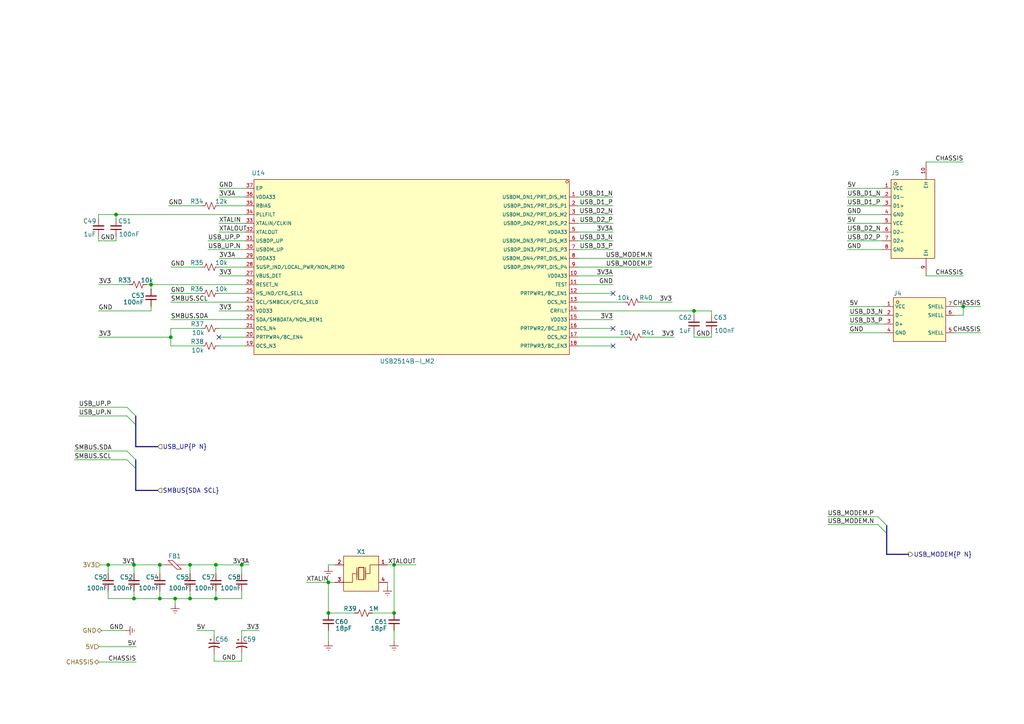
<source format=kicad_sch>
(kicad_sch (version 20230121) (generator eeschema)
  (paper "A4")
  (lib_symbols
    (symbol "CholaSymbolsPrjLib:16CE47FSS" (pin_numbers hide) (pin_names hide)
      (property "Reference" "C" (at -3.048 -0.254 0))
      (property "Value" "16CE47FSS" (at -2.794 -10.922 0))
      (symbol "16CE47FSS_0_1"
        (polyline (pts (xy -1.524 0.508) (xy 1.524 0.508)) (stroke (width 0.3048)))
        (polyline (pts (xy -1.27 1.524) (xy -0.762 1.524)))
        (polyline (pts (xy -1.016 1.27) (xy -1.016 1.778)))
        (arc (start 1.524 -0.762) (mid 0 -0.3734) (end -1.524 -0.762) (stroke (width 0.3048)))
      )
      (symbol "16CE47FSS_1_1"
        (pin passive line (at 0 2.54 270) (length 2.032) (name "~") (number "1"))
        (pin passive line (at 0 -2.54 90) (length 2.032) (name "~") (number "2"))
      )
    )
    (symbol "CholaSymbolsPrjLib:906-151A1058D10200"
      (property "Reference" "J" (at -7.239 8.636 0))
      (property "Value" "906-151A1058D10200" (at 0 -6.731 0))
      (symbol "906-151A1058D10200_0_1"
        (rectangle (start -7.62 7.62) (end 7.62 -5.08) (fill (type background)))
        (circle (center -6.35 6.35) (radius 0.381) (fill (type background)))
        (pin unspecified line (at -10.16 5.08 0) (length 2.54) (name "VCC") (number "1"))
        (pin unspecified line (at -10.16 2.54 0) (length 2.54) (name "D-") (number "2"))
        (pin unspecified line (at -10.16 0 0) (length 2.54) (name "D+") (number "3"))
        (pin unspecified line (at -10.16 -2.54 0) (length 2.54) (name "GND") (number "4"))
        (pin unspecified line (at 10.16 -2.54 180) (length 2.54) (name "SHELL") (number "5"))
        (pin unspecified line (at 10.16 2.54 180) (length 2.54) (name "SHELL") (number "6"))
        (pin unspecified line (at 10.16 5.08 180) (length 2.54) (name "SHELL") (number "7"))
      )
    )
    (symbol "CholaSymbolsPrjLib:907-211A1019D10200"
      (property "Reference" "J" (at -8.89 13.97 0))
      (property "Value" "907-211A1019D10200" (at 15.24 2.54 0))
      (symbol "907-211A1019D10200_0_1"
        (rectangle (start -10.16 12.7) (end 2.54 -10.16) (fill (type background)))
        (circle (center -8.89 11.43) (radius 0.381) (fill (type background)))
        (pin unspecified line (at -12.7 10.16 0) (length 2.54) (name "VCC") (number "1"))
        (pin unspecified line (at 0 17.78 270) (length 5.08) (name "EH") (number "10"))
        (pin unspecified line (at -12.7 7.62 0) (length 2.54) (name "D1-") (number "2"))
        (pin unspecified line (at -12.7 5.08 0) (length 2.54) (name "D1+") (number "3"))
        (pin unspecified line (at -12.7 2.54 0) (length 2.54) (name "GND") (number "4"))
        (pin unspecified line (at -12.7 0 0) (length 2.54) (name "VCC") (number "5"))
        (pin unspecified line (at -12.7 -2.54 0) (length 2.54) (name "D2-") (number "6"))
        (pin unspecified line (at -12.7 -5.08 0) (length 2.54) (name "D2+") (number "7"))
        (pin unspecified line (at -12.7 -7.62 0) (length 2.54) (name "GND") (number "8"))
        (pin unspecified line (at 0 -15.24 90) (length 5.08) (name "EH") (number "9"))
      )
    )
    (symbol "CholaSymbolsPrjLib:C_Small" (pin_numbers hide) (pin_names (offset 0.254) hide)
      (property "Reference" "C" (at 0.254 1.778 0))
      (property "Value" "C_Small" (at 0.254 -2.032 0))
      (symbol "C_Small_0_1"
        (polyline (pts (xy -1.524 -0.508) (xy 1.524 -0.508)) (stroke (width 0.3302)))
        (polyline (pts (xy -1.524 0.508) (xy 1.524 0.508)) (stroke (width 0.3048)))
      )
      (symbol "C_Small_1_1"
        (pin passive line (at 0 2.54 270) (length 2.032) (name "~") (number "1"))
        (pin passive line (at 0 -2.54 90) (length 2.032) (name "~") (number "2"))
      )
    )
    (symbol "CholaSymbolsPrjLib:GZ2012D101TF" (pin_numbers hide) (pin_names (offset 0) hide)
      (property "Reference" "FB" (at 0 2.413 0))
      (property "Value" "GZ2012D101TF" (at 2.921 -5.461 0))
      (symbol "GZ2012D101TF_0_1"
        (polyline (pts (xy 0.635 -1.27) (xy -1.905 1.27) (xy -0.635 1.27) (xy 1.905 -1.27) (xy 0.635 -1.27)))
      )
      (symbol "GZ2012D101TF_1_1"
        (pin unspecified line (at -3.175 0 0) (length 2.54) (name "1") (number "1"))
        (pin unspecified line (at 3.175 0 180) (length 2.54) (name "2") (number "2"))
      )
    )
    (symbol "CholaSymbolsPrjLib:R_Small_US" (pin_numbers hide) (pin_names (offset 0.254) hide)
      (property "Reference" "R" (at 0.762 0.508 0))
      (property "Value" "R_Small_US" (at 0.762 -1.016 0))
      (symbol "R_Small_US_1_1"
        (polyline (pts (xy 0 0) (xy 1.016 -0.381) (xy 0 -0.762) (xy -1.016 -1.143) (xy 0 -1.524)))
        (polyline (pts (xy 0 1.524) (xy 1.016 1.143) (xy 0 0.762) (xy -1.016 0.381) (xy 0 0)))
        (pin passive line (at 0 2.54 270) (length 1.016) (name "~") (number "1"))
        (pin passive line (at 0 -2.54 90) (length 1.016) (name "~") (number "2"))
      )
    )
    (symbol "CholaSymbolsPrjLib:USB2514B-I_M2"
      (property "Reference" "U" (at -45.72 25.4 0))
      (property "Value" "USB2514B-I_M2" (at -39.37 -29.21 0))
      (symbol "USB2514B-I_M2_0_1"
        (rectangle (start -46.9901 24.13) (end 44.4501 -26.6701) (fill (type background)))
        (circle (center -46.3551 23.495) (radius 0.381) (fill (type background)))
        (pin unspecified line (at -49.5301 19.05 0) (length 2.54) (name "USBDM_DN1/PRT_DIS_M1") (number "1"))
        (pin unspecified line (at -49.5301 -3.81 0) (length 2.54) (name "VDDA33") (number "10"))
        (pin unspecified line (at -49.5301 -6.35 0) (length 2.54) (name "TEST") (number "11"))
        (pin unspecified line (at -49.5301 -8.89 0) (length 2.54) (name "PRTPWR1/BC_EN1") (number "12"))
        (pin unspecified line (at -49.5301 -11.43 0) (length 2.54) (name "OCS_N1") (number "13"))
        (pin unspecified line (at -49.5301 -13.97 0) (length 2.54) (name "CRFILT") (number "14"))
        (pin unspecified line (at -49.5301 -16.51 0) (length 2.54) (name "VDD33") (number "15"))
        (pin unspecified line (at -49.5301 -19.05 0) (length 2.54) (name "PRTPWR2/BC_EN2") (number "16"))
        (pin unspecified line (at -49.5301 -21.59 0) (length 2.54) (name "OCS_N2") (number "17"))
        (pin unspecified line (at -49.5301 -24.13 0) (length 2.54) (name "PRTPWR3/BC_EN3") (number "18"))
        (pin unspecified line (at 46.9901 -24.13 180) (length 2.54) (name "OCS_N3") (number "19"))
        (pin unspecified line (at -49.5301 16.51 0) (length 2.54) (name "USBDP_DN1/PRT_DIS_P1") (number "2"))
        (pin unspecified line (at 46.9901 -21.59 180) (length 2.54) (name "PRTPWR4/BC_EN4") (number "20"))
        (pin unspecified line (at 46.9901 -19.05 180) (length 2.54) (name "OCS_N4") (number "21"))
        (pin unspecified line (at 46.9901 -13.97 180) (length 2.54) (name "VDD33") (number "23"))
        (pin unspecified line (at 46.9901 -11.43 180) (length 2.54) (name "SCL/SMBCLK/CFG_SEL0") (number "24"))
        (pin unspecified line (at 46.9901 -8.89 180) (length 2.54) (name "HS_IND/CFG_SEL1") (number "25"))
        (pin unspecified line (at 46.9901 -6.35 180) (length 2.54) (name "RESET_N") (number "26"))
        (pin unspecified line (at 46.9901 -3.81 180) (length 2.54) (name "VBUS_DET") (number "27"))
        (pin unspecified line (at 46.9901 -1.27 180) (length 2.54) (name "SUSP_IND/LOCAL_PWR/NON_REM0") (number "28"))
        (pin unspecified line (at 46.9901 1.27 180) (length 2.54) (name "VDDA33") (number "29"))
        (pin unspecified line (at -49.5301 13.97 0) (length 2.54) (name "USBDM_DN2/PRT_DIS_M2") (number "3"))
        (pin unspecified line (at 46.9901 3.81 180) (length 2.54) (name "USBDM_UP") (number "30"))
        (pin unspecified line (at 46.9901 6.35 180) (length 2.54) (name "USBDP_UP") (number "31"))
        (pin unspecified line (at 46.9901 8.89 180) (length 2.54) (name "XTALOUT") (number "32"))
        (pin unspecified line (at 46.9901 11.43 180) (length 2.54) (name "XTALIN/CLKIN") (number "33"))
        (pin unspecified line (at 46.9901 13.97 180) (length 2.54) (name "PLLFILT") (number "34"))
        (pin unspecified line (at 46.9901 16.51 180) (length 2.54) (name "RBIAS") (number "35"))
        (pin unspecified line (at 46.9901 19.05 180) (length 2.54) (name "VDDA33") (number "36"))
        (pin unspecified line (at 46.9901 21.59 180) (length 2.54) (name "EP") (number "37"))
        (pin unspecified line (at -49.5301 11.43 0) (length 2.54) (name "USBDP_DN2/PRT_DIS_P2") (number "4"))
        (pin unspecified line (at -49.5301 8.89 0) (length 2.54) (name "VDDA33") (number "5"))
        (pin unspecified line (at -49.5301 6.35 0) (length 2.54) (name "USBDM_DN3/PRT_DIS_M3") (number "6"))
        (pin unspecified line (at -49.5301 3.81 0) (length 2.54) (name "USBDP_DN3/PRT_DIS_P3") (number "7"))
        (pin unspecified line (at -49.5301 1.27 0) (length 2.54) (name "USBDM_DN4/PRT_DIS_M4") (number "8"))
        (pin unspecified line (at -49.5301 -1.27 0) (length 2.54) (name "USBDP_DN4/PRT_DIS_P4") (number "9"))
      )
      (symbol "USB2514B-I_M2_1_1"
        (pin unspecified line (at 46.9901 -16.51 180) (length 2.54) (name "SDA/SMBDATA/NON_REM1") (number "22"))
      )
    )
    (symbol "CholaSymbolsPrjLib:X322524MOB4SI" (pin_names hide)
      (property "Reference" "X" (at 0 6.35 0))
      (property "Value" "X322524MOB4SI" (at 0 -6.477 0))
      (symbol "X322524MOB4SI_0_1"
        (rectangle (start -5.08 5.08) (end 5.08 -5.08) (fill (type background)))
        (polyline (pts (xy -1.27 -1.778) (xy -1.27 1.778)))
        (polyline (pts (xy -1.27 -1.016) (xy -1.27 1.016)))
        (polyline (pts (xy 0.762 -1.778) (xy -0.762 -1.778)))
        (polyline (pts (xy 1.27 -1.778) (xy 1.27 1.778)))
        (polyline (pts (xy 1.27 -1.016) (xy 1.27 1.016)))
        (polyline (pts (xy -5.08 -2.54) (xy -2.54 -2.54) (xy -2.54 0) (xy -1.524 0)))
        (polyline (pts (xy -0.762 -1.778) (xy -0.762 1.778) (xy 0.762 1.778) (xy 0.762 -1.778)))
        (polyline (pts (xy 5.08 2.54) (xy 2.54 2.54) (xy 2.54 0) (xy 1.524 0)))
        (polyline (pts (xy 0.762 1.778) (xy 0.762 -1.778) (xy -0.762 -1.778) (xy -0.762 1.778) (xy 0.762 1.778)))
        (pin unspecified line (at -7.62 -2.54 0) (length 2.54) (name "OSC1") (number "1"))
        (pin unspecified line (at 7.62 -2.54 180) (length 2.54) (name "GND") (number "2"))
        (pin unspecified line (at 7.62 2.54 180) (length 2.54) (name "OSC2") (number "3"))
        (pin unspecified line (at -7.62 2.54 0) (length 2.54) (name "GND") (number "4"))
      )
    )
    (symbol "power:GNDREF" (power) (pin_names (offset 0))
      (property "Value" "GNDREF" (at 0 -3.81 0))
      (symbol "GNDREF_0_1"
        (polyline (pts (xy -0.635 -1.905) (xy 0.635 -1.905)))
        (polyline (pts (xy -0.127 -2.54) (xy 0.127 -2.54)))
        (polyline (pts (xy 0 -1.27) (xy 0 0)))
        (polyline (pts (xy 1.27 -1.27) (xy -1.27 -1.27)))
      )
      (symbol "GNDREF_1_1"
        (pin power_in line (at 0 0 270) (length 0) hide (name "GNDREF") (number "1"))
      )
    )
  )
  (junction (at 46.355 163.83))
  (junction (at 50.8 173.609))
  (junction (at 62.611 163.83))
  (junction (at 31.369 163.83))
  (junction (at 114.3 163.83))
  (junction (at 49.53 97.79))
  (junction (at 95.25 177.8))
  (junction (at 46.355 173.609))
  (junction (at 43.815 82.55))
  (junction (at 55.118 163.83))
  (junction (at 38.862 163.83))
  (junction (at 114.3 177.8))
  (junction (at 279.4 88.9))
  (junction (at 95.25 168.91))
  (junction (at 62.611 173.609))
  (junction (at 201.295 90.17))
  (junction (at 70.104 163.83))
  (junction (at 33.655 62.23))
  (junction (at 55.118 173.609))
  (junction (at 38.862 173.609))
  (no_connect (at 63.5 97.79))
  (no_connect (at 177.8 95.25))
  (no_connect (at 177.8 100.33))
  (no_connect (at 177.8 85.09))
  (bus_entry (at 39.37 133.35) (size -2.54 -2.54))
  (bus_entry (at 257.175 154.686) (size -2.54 -2.54))
  (bus_entry (at 257.175 152.4) (size -2.54 -2.54))
  (bus_entry (at 39.37 123.19) (size -2.54 -2.54))
  (bus_entry (at 39.37 120.65) (size -2.54 -2.54))
  (bus_entry (at 39.37 135.89) (size -2.54 -2.54))
  (wire (pts (xy 28.702 192.024) (xy 39.497 192.024)))
  (wire (pts (xy 63.5 90.17) (xy 71.12 90.17)))
  (wire (pts (xy 28.575 69.85) (xy 33.655 69.85)))
  (wire (pts (xy 28.575 62.23) (xy 28.575 63.5)))
  (wire (pts (xy 29.083 163.83) (xy 31.369 163.83)))
  (wire (pts (xy 276.86 96.52) (xy 284.48 96.52)))
  (wire (pts (xy 38.862 163.83) (xy 38.862 166.37)))
  (wire (pts (xy 97.155 168.91) (xy 95.25 168.91)))
  (wire (pts (xy 28.575 68.58) (xy 28.575 69.85)))
  (wire (pts (xy 63.5 57.15) (xy 71.12 57.15)))
  (wire (pts (xy 112.395 168.91) (xy 112.395 170.18)))
  (wire (pts (xy 33.655 69.85) (xy 33.655 68.58)))
  (wire (pts (xy 95.25 163.83) (xy 97.155 163.83)))
  (wire (pts (xy 49.53 95.25) (xy 49.53 97.79)))
  (bus (pts (xy 39.37 129.54) (xy 45.72 129.54)))
  (wire (pts (xy 245.745 69.85) (xy 255.905 69.85)))
  (wire (pts (xy 245.745 62.23) (xy 255.905 62.23)))
  (wire (pts (xy 167.6402 67.31) (xy 177.8 67.31)))
  (wire (pts (xy 114.3 182.88) (xy 114.3 186.055)))
  (wire (pts (xy 276.86 88.9) (xy 279.4 88.9)))
  (wire (pts (xy 42.545 82.55) (xy 43.815 82.55)))
  (wire (pts (xy 55.118 173.609) (xy 62.611 173.609)))
  (wire (pts (xy 63.5 64.77) (xy 71.12 64.77)))
  (bus (pts (xy 39.37 135.89) (xy 39.37 142.24)))
  (wire (pts (xy 55.118 163.83) (xy 55.118 166.37)))
  (wire (pts (xy 245.745 72.39) (xy 255.905 72.39)))
  (wire (pts (xy 167.6402 90.17) (xy 201.295 90.17)))
  (wire (pts (xy 29.464 182.88) (xy 36.449 182.88)))
  (wire (pts (xy 63.5 59.69) (xy 71.12 59.69)))
  (wire (pts (xy 62.611 163.83) (xy 62.611 166.37)))
  (wire (pts (xy 71.12 62.23) (xy 33.655 62.23)))
  (wire (pts (xy 53.848 163.83) (xy 55.118 163.83)))
  (wire (pts (xy 194.945 87.63) (xy 186.055 87.63)))
  (wire (pts (xy 22.86 118.11) (xy 36.83 118.11)))
  (wire (pts (xy 63.5 85.09) (xy 71.12 85.09)))
  (wire (pts (xy 245.745 57.15) (xy 255.905 57.15)))
  (wire (pts (xy 201.295 97.79) (xy 206.375 97.79)))
  (bus (pts (xy 257.175 154.686) (xy 257.175 160.782)))
  (wire (pts (xy 49.53 97.79) (xy 49.53 100.33)))
  (wire (pts (xy 36.83 130.81) (xy 21.59 130.81)))
  (bus (pts (xy 39.37 123.19) (xy 39.37 129.54)))
  (wire (pts (xy 50.8 173.609) (xy 50.8 175.26)))
  (wire (pts (xy 43.815 88.9) (xy 43.815 90.17)))
  (wire (pts (xy 57.023 182.88) (xy 62.103 182.88)))
  (wire (pts (xy 31.369 171.45) (xy 31.369 173.609)))
  (wire (pts (xy 28.702 187.579) (xy 39.497 187.579)))
  (wire (pts (xy 276.86 91.44) (xy 279.4 91.44)))
  (wire (pts (xy 49.53 85.09) (xy 58.42 85.09)))
  (wire (pts (xy 245.745 54.61) (xy 255.905 54.61)))
  (wire (pts (xy 70.104 173.609) (xy 70.104 171.45)))
  (wire (pts (xy 246.38 96.52) (xy 256.54 96.52)))
  (wire (pts (xy 167.6402 100.33) (xy 177.8 100.33)))
  (wire (pts (xy 70.104 184.531) (xy 70.104 182.88)))
  (wire (pts (xy 240.03 149.86) (xy 254.635 149.86)))
  (wire (pts (xy 167.6402 77.47) (xy 189.23 77.47)))
  (wire (pts (xy 46.355 173.609) (xy 50.8 173.609)))
  (wire (pts (xy 36.83 133.35) (xy 21.59 133.35)))
  (wire (pts (xy 206.375 97.79) (xy 206.375 96.52)))
  (wire (pts (xy 49.53 100.33) (xy 58.42 100.33)))
  (wire (pts (xy 167.6402 62.23) (xy 177.8 62.23)))
  (wire (pts (xy 33.655 62.23) (xy 28.575 62.23)))
  (wire (pts (xy 28.575 82.55) (xy 37.465 82.55)))
  (wire (pts (xy 95.25 182.88) (xy 95.25 186.055)))
  (wire (pts (xy 62.611 173.609) (xy 70.104 173.609)))
  (wire (pts (xy 268.605 80.01) (xy 279.4 80.01)))
  (wire (pts (xy 62.103 191.77) (xy 70.104 191.77)))
  (bus (pts (xy 45.72 142.24) (xy 39.37 142.24)))
  (wire (pts (xy 49.53 92.71) (xy 71.12 92.71)))
  (bus (pts (xy 257.175 160.782) (xy 263.525 160.782)))
  (wire (pts (xy 46.355 163.83) (xy 46.355 166.37)))
  (wire (pts (xy 63.5 80.01) (xy 71.12 80.01)))
  (wire (pts (xy 31.369 163.83) (xy 38.862 163.83)))
  (wire (pts (xy 246.38 88.9) (xy 256.54 88.9)))
  (wire (pts (xy 63.5 77.47) (xy 71.12 77.47)))
  (wire (pts (xy 114.3 163.83) (xy 114.3 177.8)))
  (wire (pts (xy 167.6402 72.39) (xy 177.8 72.39)))
  (wire (pts (xy 201.295 90.17) (xy 201.295 91.44)))
  (wire (pts (xy 43.815 82.55) (xy 43.815 83.82)))
  (wire (pts (xy 167.6402 69.85) (xy 177.8 69.85)))
  (wire (pts (xy 268.605 46.99) (xy 279.4 46.99)))
  (wire (pts (xy 55.118 163.83) (xy 62.611 163.83)))
  (wire (pts (xy 63.5 67.31) (xy 71.12 67.31)))
  (wire (pts (xy 245.745 59.69) (xy 255.905 59.69)))
  (wire (pts (xy 43.815 82.55) (xy 71.12 82.55)))
  (wire (pts (xy 62.103 189.611) (xy 62.103 191.77)))
  (wire (pts (xy 38.862 173.609) (xy 46.355 173.609)))
  (wire (pts (xy 167.6402 87.63) (xy 180.975 87.63)))
  (wire (pts (xy 167.6402 80.01) (xy 177.8 80.01)))
  (wire (pts (xy 245.745 67.31) (xy 255.905 67.31)))
  (wire (pts (xy 114.3 163.83) (xy 120.65 163.83)))
  (wire (pts (xy 46.355 163.83) (xy 47.498 163.83)))
  (wire (pts (xy 246.38 91.44) (xy 256.54 91.44)))
  (wire (pts (xy 75.184 182.88) (xy 70.104 182.88)))
  (wire (pts (xy 31.369 163.83) (xy 31.369 166.37)))
  (wire (pts (xy 63.5 95.25) (xy 71.12 95.25)))
  (wire (pts (xy 63.5 100.33) (xy 71.12 100.33)))
  (wire (pts (xy 167.6402 97.79) (xy 181.61 97.79)))
  (wire (pts (xy 279.4 88.9) (xy 284.48 88.9)))
  (wire (pts (xy 48.895 59.69) (xy 58.42 59.69)))
  (wire (pts (xy 49.53 95.25) (xy 58.42 95.25)))
  (bus (pts (xy 39.37 120.65) (xy 39.37 123.19)))
  (wire (pts (xy 167.6402 95.25) (xy 177.8 95.25)))
  (wire (pts (xy 31.369 173.609) (xy 38.862 173.609)))
  (wire (pts (xy 63.5 54.61) (xy 71.12 54.61)))
  (wire (pts (xy 60.325 72.39) (xy 71.12 72.39)))
  (wire (pts (xy 55.118 171.45) (xy 55.118 173.609)))
  (wire (pts (xy 70.104 163.83) (xy 72.263 163.83)))
  (wire (pts (xy 195.58 97.79) (xy 186.69 97.79)))
  (bus (pts (xy 39.37 133.35) (xy 39.37 135.89)))
  (wire (pts (xy 167.6402 74.93) (xy 189.23 74.93)))
  (wire (pts (xy 33.655 62.23) (xy 33.655 63.5)))
  (wire (pts (xy 28.575 90.17) (xy 43.815 90.17)))
  (wire (pts (xy 50.8 173.609) (xy 55.118 173.609)))
  (wire (pts (xy 206.375 90.17) (xy 206.375 91.44)))
  (wire (pts (xy 112.395 163.83) (xy 114.3 163.83)))
  (wire (pts (xy 62.611 171.45) (xy 62.611 173.609)))
  (bus (pts (xy 257.175 152.4) (xy 257.175 154.686)))
  (wire (pts (xy 63.5 97.79) (xy 71.12 97.79)))
  (wire (pts (xy 246.38 93.98) (xy 256.54 93.98)))
  (wire (pts (xy 167.6402 64.77) (xy 177.8 64.77)))
  (wire (pts (xy 38.862 163.83) (xy 46.355 163.83)))
  (wire (pts (xy 22.86 120.65) (xy 36.83 120.65)))
  (wire (pts (xy 201.295 96.52) (xy 201.295 97.79)))
  (wire (pts (xy 62.611 163.83) (xy 70.104 163.83)))
  (wire (pts (xy 114.3 177.8) (xy 107.95 177.8)))
  (wire (pts (xy 38.862 171.45) (xy 38.862 173.609)))
  (wire (pts (xy 46.355 171.45) (xy 46.355 173.609)))
  (wire (pts (xy 60.325 69.85) (xy 71.12 69.85)))
  (wire (pts (xy 167.6402 85.09) (xy 177.8 85.09)))
  (wire (pts (xy 167.6402 57.15) (xy 177.8 57.15)))
  (wire (pts (xy 95.25 164.465) (xy 95.25 163.83)))
  (wire (pts (xy 62.103 184.531) (xy 62.103 182.88)))
  (wire (pts (xy 279.4 91.44) (xy 279.4 88.9)))
  (wire (pts (xy 245.745 64.77) (xy 255.905 64.77)))
  (wire (pts (xy 167.6402 92.71) (xy 177.8 92.71)))
  (wire (pts (xy 167.6402 59.69) (xy 177.8 59.69)))
  (wire (pts (xy 95.25 168.91) (xy 95.25 177.8)))
  (wire (pts (xy 49.53 77.47) (xy 58.42 77.47)))
  (wire (pts (xy 70.104 163.83) (xy 70.104 166.37)))
  (wire (pts (xy 70.104 191.77) (xy 70.104 189.611)))
  (wire (pts (xy 167.6402 82.55) (xy 177.8 82.55)))
  (wire (pts (xy 49.53 87.63) (xy 71.12 87.63)))
  (wire (pts (xy 102.87 177.8) (xy 95.25 177.8)))
  (wire (pts (xy 201.295 90.17) (xy 206.375 90.17)))
  (wire (pts (xy 63.5 74.93) (xy 71.12 74.93)))
  (wire (pts (xy 95.25 168.91) (xy 88.9 168.91)))
  (wire (pts (xy 240.03 152.146) (xy 254.635 152.146)))
  (wire (pts (xy 28.575 97.79) (xy 49.53 97.79)))
  (label "5V" (at 245.745 54.61 0))
  (label "GND" (at 201.93 97.79 0))
  (label "XTALOUT" (at 63.5 67.31 0))
  (label "3V3A" (at 72.263 163.83 180))
  (label "USB_D2_P" (at 177.8 64.77 180))
  (label "USB_UP.N" (at 60.325 72.39 0))
  (label "USB_D1_P" (at 177.8 59.69 180))
  (label "GND" (at 28.575 90.17 0))
  (label "3V3" (at 194.945 87.63 180))
  (label "USB_MODEM.P" (at 189.23 77.47 180))
  (label "3V3A" (at 63.5 57.15 0))
  (label "USB_MODEM.N" (at 189.23 74.93 180))
  (label "CHASSIS" (at 279.4 46.99 180))
  (label "GND" (at 245.745 62.23 0))
  (label "USB_D2_P" (at 245.745 69.85 0))
  (label "CHASSIS" (at 284.48 96.52 180))
  (label "GND" (at 246.38 96.52 0))
  (label "USB_D3_N" (at 177.8 69.85 180))
  (label "USB_D2_N" (at 245.745 67.31 0))
  (label "SMBUS.SDA" (at 49.53 92.71 0))
  (label "SMBUS.SDA" (at 21.59 130.81 0))
  (label "3V3" (at 75.184 182.88 180))
  (label "3V3" (at 63.5 90.17 0))
  (label "GND" (at 48.895 59.69 0))
  (label "3V3A" (at 177.8 67.31 180))
  (label "USB_D3_N" (at 246.38 91.44 0))
  (label "GND" (at 245.745 72.39 0))
  (label "3V3" (at 35.433 163.83 0))
  (label "3V3A" (at 177.8 80.01 180))
  (label "USB_D3_P" (at 177.8 72.39 180))
  (label "SMBUS.SCL" (at 49.53 87.63 0))
  (label "USB_D3_P" (at 246.38 93.98 0))
  (label "GND" (at 31.75 182.88 0))
  (label "GND" (at 63.5 54.61 0))
  (label "USB_D1_N" (at 245.745 57.15 0))
  (label "3V3A" (at 63.5 74.93 0))
  (label "5V" (at 246.38 88.9 0))
  (label "GND" (at 49.53 85.09 0))
  (label "3V3" (at 63.5 80.01 0))
  (label "USB_UP.P" (at 60.325 69.85 0))
  (label "3V3" (at 195.58 97.79 180))
  (label "GND" (at 64.389 191.77 0))
  (label "GND" (at 49.53 77.47 0))
  (label "5V" (at 245.745 64.77 0))
  (label "USB_MODEM.N" (at 240.03 152.146 0))
  (label "3V3" (at 28.575 97.79 0))
  (label "5V" (at 57.023 182.88 0))
  (label "USB_D2_N" (at 177.8 62.23 180))
  (label "XTALIN" (at 63.5 64.77 0))
  (label "3V3" (at 177.8 92.71 180))
  (label "USB_D1_N" (at 177.8 57.15 180))
  (label "GND" (at 29.21 69.85 0))
  (label "GND" (at 177.8 82.55 180))
  (label "XTALIN" (at 88.9 168.91 0))
  (label "CHASSIS" (at 39.497 192.024 180))
  (label "CHASSIS" (at 279.4 80.01 180))
  (label "5V" (at 39.497 187.579 180))
  (label "USB_UP.P" (at 22.86 118.11 0))
  (label "USB_UP.N" (at 22.86 120.65 0))
  (label "3V3" (at 28.575 82.55 0))
  (label "CHASSIS" (at 284.48 88.9 180))
  (label "USB_MODEM.P" (at 240.03 149.86 0))
  (label "USB_D1_P" (at 245.745 59.69 0))
  (label "XTALOUT" (at 120.65 163.83 180))
  (label "SMBUS.SCL" (at 21.59 133.35 0))
  (hierarchical_label "GND" (shape bidirectional) (at 29.464 182.88 180))
  (hierarchical_label "SMBUS{SDA SCL}" (shape input) (at 45.72 142.24 0))
  (hierarchical_label "USB_MODEM{P N}" (shape output) (at 263.525 160.782 0))
  (hierarchical_label "5V" (shape input) (at 28.702 187.579 180))
  (hierarchical_label "3V3" (shape input) (at 29.083 163.83 180))
  (hierarchical_label "USB_UP{P N}" (shape input) (at 45.72 129.54 0))
  (hierarchical_label "CHASSIS" (shape bidirectional) (at 28.702 192.024 180))
  (symbol (lib_id "CholaSymbolsPrjLib:R_Small_US") (at 184.15 97.79 270) (mirror x) (unit 1)
    (property "Reference" "R41" (at 186.055 96.52 90) (effects (justify left)))
    (property "Value" "10k" (at 179.705 96.52 90) (effects (justify left)))
    (property "Footprint" "Resistor_SMD:R_0402_1005Metric" (effects hide))
  )
  (symbol (lib_id "CholaSymbolsPrjLib:C_Small") (at 62.611 168.91 180) (unit 1)
    (property "Reference" "C57" (at 60.452 167.386 0))
    (property "Value" "100nF" (at 59.436 170.561 0))
    (property "Footprint" "Capacitor_SMD:C_0402_1005Metric" (effects hide))
  )
  (symbol (lib_id "CholaSymbolsPrjLib:C_Small") (at 38.862 168.91 180) (unit 1)
    (property "Reference" "C52" (at 36.703 167.386 0))
    (property "Value" "100nF" (at 35.687 170.561 0))
    (property "Footprint" "Capacitor_SMD:C_0402_1005Metric" (effects hide))
  )
  (symbol (lib_id "CholaSymbolsPrjLib:C_Small") (at 55.118 168.91 180) (unit 1)
    (property "Reference" "C55" (at 52.959 167.386 0))
    (property "Value" "100nF" (at 51.943 170.561 0))
    (property "Footprint" "Capacitor_SMD:C_0402_1005Metric" (effects hide))
  )
  (symbol (lib_id "CholaSymbolsPrjLib:X322524MOB4SI") (at 104.775 166.37 180) (unit 1)
    (property "Reference" "X1" (at 104.775 160.02 0))
    (property "Value" "X322524MOB4SI" (effects hide))
    (property "Footprint" "XTAL_24MHZ:XTAL_24MHZ" (effects hide))
    (property "Datasheet" "https://item.szlcsc.com/15866.html" (effects hide))
    (property "LCSC" "C70590" (effects hide))
    (property "Frequency" "24MHz" (effects hide))
  )
  (symbol (lib_id "CholaSymbolsPrjLib:C_Small") (at 46.355 168.91 180) (unit 1)
    (property "Reference" "C54" (at 44.196 167.386 0))
    (property "Value" "100nF" (at 43.18 170.561 0))
    (property "Footprint" "Capacitor_SMD:C_0402_1005Metric" (effects hide))
  )
  (symbol (lib_id "CholaSymbolsPrjLib:C_Small") (at 95.25 180.34 180) (unit 1)
    (property "Reference" "C60" (at 99.06 180.34 0))
    (property "Value" "18pF" (at 99.695 182.245 0))
    (property "Footprint" "Capacitor_SMD:C_0402_1005Metric" (effects hide))
  )
  (symbol (lib_id "power:GNDREF") (at 95.25 186.055 0) (unit 1)
    (property "Reference" "#PWR044" (effects hide))
    (property "Value" "GNDREF" (effects hide))
  )
  (symbol (lib_id "power:GNDREF") (at 112.395 170.18 0) (unit 1)
    (property "Reference" "#PWR045" (effects hide))
    (property "Value" "GNDREF" (effects hide))
  )
  (symbol (lib_id "power:GNDREF") (at 50.8 175.26 0) (unit 1)
    (property "Reference" "#PWR042" (effects hide))
    (property "Value" "GNDREF" (effects hide))
  )
  (symbol (lib_id "power:GNDREF") (at 95.25 164.465 0) (unit 1)
    (property "Reference" "#PWR043" (effects hide))
    (property "Value" "GNDREF" (effects hide))
  )
  (symbol (lib_id "CholaSymbolsPrjLib:C_Small") (at 33.655 66.04 180) (unit 1)
    (property "Reference" "C51" (at 36.195 64.135 0))
    (property "Value" "100nF" (at 37.465 67.945 0))
    (property "Footprint" "Capacitor_SMD:C_0402_1005Metric" (effects hide))
  )
  (symbol (lib_id "CholaSymbolsPrjLib:R_Small_US") (at 60.96 77.47 90) (unit 1)
    (property "Reference" "R35" (at 59.055 76.2 90) (effects (justify left)))
    (property "Value" "10k" (at 66.04 76.2 90) (effects (justify left)))
    (property "Footprint" "Resistor_SMD:R_0402_1005Metric" (effects hide))
  )
  (symbol (lib_id "CholaSymbolsPrjLib:USB2514B-I_M2") (at 118.1101 76.2 0) (mirror y) (unit 1)
    (property "Reference" "U14" (at 74.93 50.165 0))
    (property "Value" "USB2514B-I_M2" (at 118.11 104.775 0))
    (property "Footprint" "USB_HUB:USB_HUB" (effects hide))
    (property "Datasheet" "https://item.szlcsc.com/156750.html" (effects hide))
    (property "LCSC" "C220679" (effects hide))
  )
  (symbol (lib_id "CholaSymbolsPrjLib:R_Small_US") (at 60.96 100.33 90) (unit 1)
    (property "Reference" "R38" (at 59.182 99.06 90) (effects (justify left)))
    (property "Value" "10k" (at 59.182 101.6 90) (effects (justify left)))
    (property "Footprint" "Resistor_SMD:R_0402_1005Metric" (effects hide))
  )
  (symbol (lib_id "CholaSymbolsPrjLib:C_Small") (at 206.375 93.98 180) (unit 1)
    (property "Reference" "C63" (at 208.915 92.075 0))
    (property "Value" "100nF" (at 210.185 95.885 0))
    (property "Footprint" "Capacitor_SMD:C_0402_1005Metric" (effects hide))
  )
  (symbol (lib_id "CholaSymbolsPrjLib:R_Small_US") (at 60.96 95.25 90) (unit 1)
    (property "Reference" "R37" (at 59.182 93.98 90) (effects (justify left)))
    (property "Value" "10k" (at 59.309 96.52 90) (effects (justify left)))
    (property "Footprint" "Resistor_SMD:R_0402_1005Metric" (effects hide))
  )
  (symbol (lib_id "CholaSymbolsPrjLib:907-211A1019D10200") (at 268.605 64.77 0) (unit 1)
    (property "Reference" "J5" (at 258.445 50.165 0) (effects (justify left)))
    (property "Value" "907-211A1019D10200" (effects hide))
    (property "Footprint" "USB_2_CONNECTOR:USB_2_CONNECTOR" (effects hide))
    (property "Datasheet" "https://item.szlcsc.com/2892241.html" (effects hide))
    (property "LCSC" "C2763029" (effects hide))
  )
  (symbol (lib_id "CholaSymbolsPrjLib:R_Small_US") (at 183.515 87.63 270) (mirror x) (unit 1)
    (property "Reference" "R40" (at 185.42 86.36 90) (effects (justify left)))
    (property "Value" "10k" (at 179.07 86.36 90) (effects (justify left)))
    (property "Footprint" "Resistor_SMD:R_0402_1005Metric" (effects hide))
  )
  (symbol (lib_id "CholaSymbolsPrjLib:C_Small") (at 114.3 180.34 180) (unit 1)
    (property "Reference" "C61" (at 110.49 180.34 0))
    (property "Value" "18pF" (at 109.855 182.245 0))
    (property "Footprint" "Capacitor_SMD:C_0402_1005Metric" (effects hide))
  )
  (symbol (lib_id "CholaSymbolsPrjLib:GZ2012D101TF") (at 50.673 163.83 0) (unit 1)
    (property "Reference" "FB1" (at 50.673 161.29 0))
    (property "Value" "GZ2012D101TF" (effects hide))
    (property "Footprint" "Ferrite_Bead_100:Ferrite_Bead_100" (effects hide))
    (property "Datasheet" "https://item.szlcsc.com/344132.html" (effects hide))
    (property "LCSC" "C1015" (effects hide))
  )
  (symbol (lib_id "CholaSymbolsPrjLib:906-151A1058D10200") (at 266.7 93.98 0) (unit 1)
    (property "Reference" "J4" (at 260.35 85.09 0))
    (property "Value" "906-151A1058D10200" (effects hide))
    (property "Footprint" "USB_VERTICAL_BLUE:USB_VERTICAL_BLUE" (effects hide))
    (property "Datasheet" "https://item.szlcsc.com/2892439.html" (effects hide))
    (property "LCSC" "C2763227" (effects hide))
  )
  (symbol (lib_id "CholaSymbolsPrjLib:16CE47FSS") (at 62.103 187.071 0) (unit 1)
    (property "Reference" "C56" (at 62.357 185.42 0) (effects (justify left)))
    (property "Value" "16CE47FSS" (effects hide))
    (property "Footprint" "CAP_L5:CAP_L5" (effects hide))
    (property "Datasheet" "https://item.szlcsc.com/245725.html" (effects hide))
    (property "LCSC" "C242026" (effects hide))
    (property "Capacitance" "47uF" (effects hide))
  )
  (symbol (lib_id "CholaSymbolsPrjLib:R_Small_US") (at 105.41 177.8 90) (unit 1)
    (property "Reference" "R39" (at 103.505 176.53 90) (effects (justify left)))
    (property "Value" "1M" (at 109.855 176.53 90) (effects (justify left)))
    (property "Footprint" "Resistor_SMD:R_0402_1005Metric" (effects hide))
  )
  (symbol (lib_id "CholaSymbolsPrjLib:16CE47FSS") (at 70.104 187.071 0) (unit 1)
    (property "Reference" "C59" (at 70.358 185.42 0) (effects (justify left)))
    (property "Value" "16CE47FSS" (effects hide))
    (property "Footprint" "CAP_L5:CAP_L5" (effects hide))
    (property "Datasheet" "https://item.szlcsc.com/245725.html" (effects hide))
    (property "LCSC" "C242026" (effects hide))
    (property "Capacitance" "47uF" (effects hide))
  )
  (symbol (lib_id "CholaSymbolsPrjLib:C_Small") (at 201.295 93.98 180) (unit 1)
    (property "Reference" "C62" (at 198.755 92.075 0))
    (property "Value" "1uF" (at 198.755 95.885 0))
    (property "Footprint" "Capacitor_SMD:C_0402_1005Metric" (effects hide))
  )
  (symbol (lib_id "CholaSymbolsPrjLib:C_Small") (at 70.104 168.91 180) (unit 1)
    (property "Reference" "C58" (at 67.945 167.386 0))
    (property "Value" "100nF" (at 66.929 170.561 0))
    (property "Footprint" "Capacitor_SMD:C_0402_1005Metric" (effects hide))
  )
  (symbol (lib_id "CholaSymbolsPrjLib:C_Small") (at 43.815 86.36 180) (unit 1)
    (property "Reference" "C53" (at 40.005 85.725 0))
    (property "Value" "100nF" (at 38.735 87.63 0))
    (property "Footprint" "Capacitor_SMD:C_0402_1005Metric" (effects hide))
  )
  (symbol (lib_id "CholaSymbolsPrjLib:C_Small") (at 28.575 66.04 180) (unit 1)
    (property "Reference" "C49" (at 26.035 64.135 0))
    (property "Value" "1uF" (at 26.035 67.945 0))
    (property "Footprint" "Capacitor_SMD:C_0402_1005Metric" (effects hide))
  )
  (symbol (lib_id "CholaSymbolsPrjLib:R_Small_US") (at 60.96 59.69 90) (unit 1)
    (property "Reference" "R34" (at 59.055 58.42 90) (effects (justify left)))
    (property "Value" "12k" (at 66.04 58.42 90) (effects (justify left)))
    (property "Footprint" "Resistor_SMD:R_0402_1005Metric" (effects hide))
  )
  (symbol (lib_id "power:GNDREF") (at 36.449 182.88 90) (unit 1)
    (property "Reference" "#PWR041" (effects hide))
    (property "Value" "GNDREF" (effects hide))
  )
  (symbol (lib_id "CholaSymbolsPrjLib:R_Small_US") (at 60.96 85.09 90) (unit 1)
    (property "Reference" "R36" (at 59.055 83.82 90) (effects (justify left)))
    (property "Value" "10k" (at 66.04 83.82 90) (effects (justify left)))
    (property "Footprint" "Resistor_SMD:R_0402_1005Metric" (effects hide))
  )
  (symbol (lib_id "CholaSymbolsPrjLib:R_Small_US") (at 40.005 82.55 90) (unit 1)
    (property "Reference" "R33" (at 38.1 81.28 90) (effects (justify left)))
    (property "Value" "10k" (at 44.45 81.28 90) (effects (justify left)))
    (property "Footprint" "Resistor_SMD:R_0402_1005Metric" (effects hide))
  )
  (symbol (lib_id "CholaSymbolsPrjLib:C_Small") (at 31.369 168.91 180) (unit 1)
    (property "Reference" "C50" (at 29.21 167.386 0))
    (property "Value" "100nF" (at 28.194 170.561 0))
    (property "Footprint" "Capacitor_SMD:C_0402_1005Metric" (effects hide))
  )
  (symbol (lib_id "power:GNDREF") (at 114.3 186.055 0) (unit 1)
    (property "Reference" "#PWR046" (effects hide))
    (property "Value" "GNDREF" (effects hide))
  )
)
</source>
